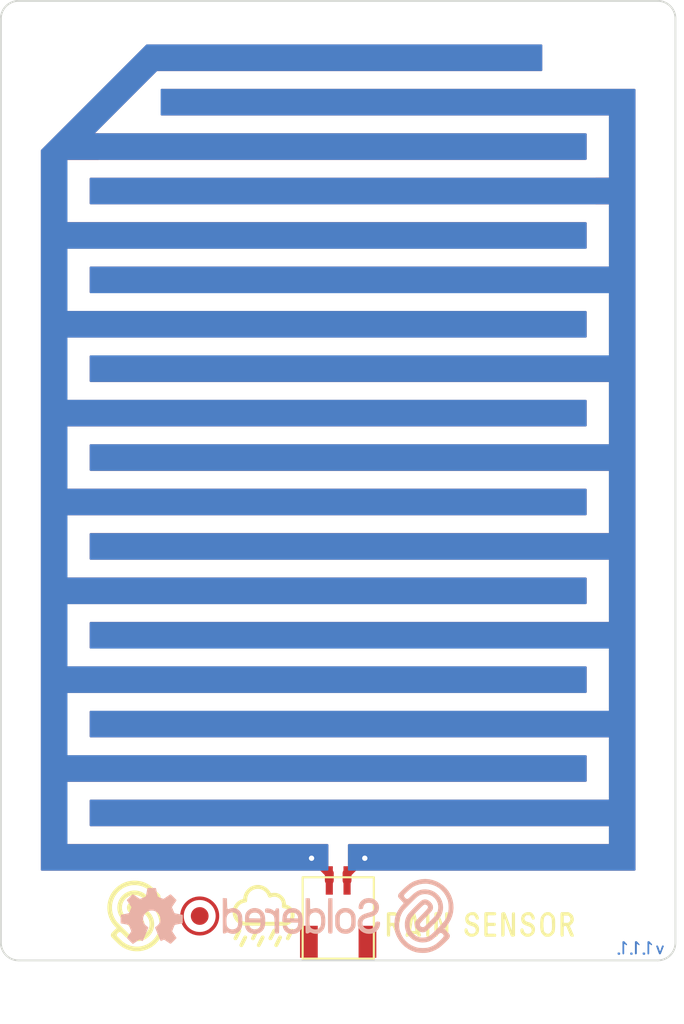
<source format=kicad_pcb>
(kicad_pcb (version 20210623) (generator pcbnew)
  (title_block (title "Rain sensor") (date "2021-07-05") (rev "V1.1.1.") (company "SOLDERED") (comment 1 "333074"))
  (layers (0 "F.Cu" signal) (31 "B.Cu" signal) (34 "B.Paste" user) (35 "F.Paste" user) (36 "B.SilkS" user "B.Silkscreen") (37 "F.SilkS" user "F.Silkscreen") (38 "B.Mask" user) (39 "F.Mask" user) (44 "Edge.Cuts" user))
  (net 0 "")
  (net 1 "Net-(K1-Pad1)")
  (net 2 "Net-(K1-Pad2)")
  (footprint "Soldered Graphics:Symbol-Front-Raining" (layer "F.Cu") (at 94.8 147.5)
    (fp_text reference "G***" hide)
    (fp_text value "LOGO" hide)
  )
  (footprint "buzzardLabel" (layer "F.Cu") (at 107 148)
    (fp_text reference "" (at 0 0) (layer "F.SilkS") (effects (font (size 1.27 1.27))))
    (fp_text value "" (at 0 0) (layer "F.SilkS") (effects (font (size 1.27 1.27))))
  )
  (footprint "e-radionica.com footprinti:PAD_2x1.5" (layer "F.Cu") (at 114.5 106.7)
    (fp_text reference "PAD1")
    (fp_text value "PAD_2x1.5")
    (pad "1" smd rect locked (at 0 0) (size 2 1.5) (layers "F.Cu" "F.Mask") (net 1 "Net-(K1-Pad1)"))
  )
  (footprint "e-radionica.com footprinti:HOLE_3.2mm" (layer "F.Cu") (at 115 99)
    (fp_text reference "H4" hide)
    (fp_text value "HOLE_3.2mm" hide)
    (pad "" np_thru_hole circle locked (at 0 0) (size 3.2 3.2) (drill 3.2) (layers F&B.Cu *.Mask))
  )
  (footprint "Soldered Graphics:Logo-Back-SolderedFULL-13mm" (layer "F.Cu") (at 99 147.5)
    (fp_text reference "REF**" hide)
    (fp_text value "Logo-Front-SolderedFULL-13mm" hide)
  )
  (footprint "e-radionica.com footprinti:JST-SH_2pin_1mm_C145954" (layer "F.Cu") (at 99 148)
    (fp_text reference "K1")
    (fp_text value "JST-SH_C145954")
    (pad "" smd rect (at -1.65 0.95) (size 1 1.8) (layers "F.Cu" "F.Paste" "F.Mask"))
    (pad "" smd rect (at 1.65 0.95) (size 1 1.8) (layers "F.Cu" "F.Paste" "F.Mask"))
    (pad "1" smd rect (at 0.5 -2.5) (size 0.4 1.6) (layers "F.Cu" "F.Paste" "F.Mask") (net 1 "Net-(K1-Pad1)"))
    (pad "2" smd rect (at -0.5 -2.5) (size 0.4 1.6) (layers "F.Cu" "F.Paste" "F.Mask") (net 2 "Net-(K1-Pad2)"))
  )
  (footprint "e-radionica.com footprinti:HOLE_3.2mm" (layer "F.Cu") (at 83 99)
    (fp_text reference "H2" hide)
    (fp_text value "HOLE_3.2mm" hide)
    (pad "" np_thru_hole circle locked (at 0 0) (size 3.2 3.2) (drill 3.2) (layers F&B.Cu *.Mask))
  )
  (footprint "e-radionica.com footprinti:FIDUCIAL_23" (layer "F.Cu") (at 91.2 147.5)
    (fp_text reference "FD1")
    (fp_text value "FIDUCIAL")
    (fp_circle (center 0 0) (end 1 0) (layer "F.Cu") (width 0.2) (fill none))
    (pad "1" smd circle locked (at 0 0) (size 1 1) (layers "F.Cu" "F.Paste" "F.Mask") (clearance 1.1))
  )
  (footprint "e-radionica.com footprinti:PAD_2x1.5" (layer "F.Cu") (at 84.5 104.2)
    (fp_text reference "PAD2")
    (fp_text value "PAD_2x1.5")
    (pad "1" smd rect locked (at 0 0) (size 2 1.5) (layers "F.Cu" "F.Mask") (net 2 "Net-(K1-Pad2)"))
  )
  (footprint "e-radionica.com footprinti:HOLE_3.2mm" (layer "F.Cu") (at 83 147)
    (fp_text reference "H1" hide)
    (fp_text value "HOLE_3.2mm" hide)
    (pad "" np_thru_hole circle locked (at 0 0) (size 3.2 3.2) (drill 3.2) (layers F&B.Cu *.Mask))
  )
  (footprint "Soldered Graphics:Logo-Front-Soldered-4mm" (layer "F.Cu") (at 87.6 147.5)
    (fp_text reference "G***" hide)
    (fp_text value "LOGO" hide)
  )
  (footprint "e-radionica.com footprinti:HOLE_3.2mm" (layer "F.Cu") (at 115 147)
    (fp_text reference "H3" hide)
    (fp_text value "HOLE_3.2mm" hide)
    (pad "" np_thru_hole circle locked (at 0 0) (size 3.2 3.2) (drill 3.2) (layers F&B.Cu *.Mask))
  )
  (footprint "Soldered Graphics:Logo-Back-OSH-3.5mm" (layer "F.Cu") (at 88.5 147.5)
    (fp_text reference "G***" hide)
    (fp_text value "LOGO" hide)
  )
  (footprint "Soldered Graphics:Version1.1.1." (layer "B.Cu") (at 116 149.3 180)
    (fp_text reference "REF**" hide)
    (fp_text value "Version1.1.1." hide)
    (fp_poly (pts (xy -0.5 -0.35) (xy -0.44 -0.35) (xy -0.43 -0.31) (xy -0.43 0.35) (xy -0.46 0.38) (xy -0.52 0.38) (xy -0.55 0.34) (xy -0.67 0.22) (xy -0.68 0.17) (xy -0.65 0.16) (xy -0.56 0.22) (xy -0.52 0.23) (xy -0.52 -0.31) (xy -0.5 -0.35)) (layer "B.Cu") (width 0.01) (fill solid))
    (fp_poly (pts (xy 0.43 -0.38) (xy 0.48 -0.38) (xy 0.54 -0.37) (xy 0.54 -0.33) (xy 0.54 -0.27) (xy 0.5 -0.26) (xy 0.45 -0.26) (xy 0.42 -0.29) (xy 0.42 -0.34) (xy 0.43 -0.38)) (layer "B.Cu") (width 0.01) (fill solid))
    (fp_poly (pts (xy 1.14 -0.38) (xy 1.19 -0.38) (xy 1.24 -0.37) (xy 1.25 -0.33) (xy 1.25 -0.27) (xy 1.2 -0.26) (xy 1.15 -0.26) (xy 1.12 -0.29) (xy 1.12 -0.34) (xy 1.14 -0.38)) (layer "B.Cu") (width 0.01) (fill solid))
    (fp_poly (pts (xy -0.27 -0.38) (xy -0.22 -0.38) (xy -0.17 -0.37) (xy -0.16 -0.33) (xy -0.16 -0.27) (xy -0.21 -0.26) (xy -0.26 -0.26) (xy -0.29 -0.29) (xy -0.29 -0.34) (xy -0.27 -0.38)) (layer "B.Cu") (width 0.01) (fill solid))
    (fp_poly (pts (xy 0.91 -0.35) (xy 0.96 -0.35) (xy 0.98 -0.31) (xy 0.98 0.35) (xy 0.95 0.38) (xy 0.89 0.38) (xy 0.86 0.34) (xy 0.74 0.22) (xy 0.73 0.17) (xy 0.76 0.16) (xy 0.85 0.22) (xy 0.89 0.23) (xy 0.89 -0.31) (xy 0.91 -0.35)) (layer "B.Cu") (width 0.01) (fill solid))
    (fp_poly (pts (xy -1.15 -0.35) (xy -1.1 -0.35) (xy -1.07 -0.31) (xy -0.92 0.1) (xy -0.94 0.13) (xy -0.99 0.13) (xy -1.02 0.1) (xy -1.11 -0.16) (xy -1.13 -0.21) (xy -1.15 -0.17) (xy -1.24 0.09) (xy -1.26 0.13) (xy -1.32 0.13) (xy -1.34 0.1) (xy -1.18 -0.31) (xy -1.15 -0.35)) (layer "B.Cu") (width 0.01) (fill solid))
    (fp_poly (pts (xy 0.21 -0.35) (xy 0.26 -0.35) (xy 0.28 -0.31) (xy 0.28 0.35) (xy 0.24 0.38) (xy 0.19 0.38) (xy 0.15 0.34) (xy 0.04 0.22) (xy 0.02 0.17) (xy 0.05 0.16) (xy 0.14 0.22) (xy 0.18 0.23) (xy 0.18 -0.31) (xy 0.21 -0.35)) (layer "B.Cu") (width 0.01) (fill solid))
  )
  (gr_arc (start 117 97) (end 117 96) (angle 90) (layer "Edge.Cuts") (width 0.1))
  (gr_arc (start 81 149) (end 81 150) (angle 90) (layer "Edge.Cuts") (width 0.1))
  (gr_arc (start 117 149) (end 117 150) (angle -90) (layer "Edge.Cuts") (width 0.1))
  (gr_line (start 80 149) (end 80 97) (layer "Edge.Cuts") (width 0.1))
  (gr_line (start 81 96) (end 117 96) (layer "Edge.Cuts") (width 0.1))
  (gr_arc (start 81 97) (end 81 96) (angle -90) (layer "Edge.Cuts") (width 0.1))
  (gr_line (start 117 150) (end 81 150) (layer "Edge.Cuts") (width 0.1))
  (gr_line (start 118 97) (end 118 149) (layer "Edge.Cuts") (width 0.1))
  (segment (start 99.5 145.1) (end 99.5 145.5) (width 0.5) (layer "F.Cu") (net 1))
  (segment (start 100.5 144.25) (end 100.35 144.25) (width 0.5) (layer "F.Cu") (net 1))
  (segment (start 100.35 144.25) (end 99.5 145.1) (width 0.5) (layer "F.Cu") (net 1))
  (via (at 100.5 144.25) (size 0.5) (drill 0.3) (layers "F.Cu" "B.Cu") (net 1))
  (segment (start 97.65 144.25) (end 98.5 145.1) (width 0.5) (layer "F.Cu") (net 2))
  (segment (start 97.5 144.25) (end 97.65 144.25) (width 0.5) (layer "F.Cu") (net 2))
  (segment (start 98.5 145.1) (end 98.5 145.5) (width 0.5) (layer "F.Cu") (net 2))
  (via (at 97.5 144.25) (size 0.5) (drill 0.3) (layers "F.Cu" "B.Cu") (net 2))
  (zone (net 1) (net_name "Net-(K1-Pad1)") (layers F&B.Cu) (connect_pads yes (clearance 0.1)) (min_thickness 0.1) (fill yes (thermal_gap 0.1) (thermal_bridge_width 0.1) (island_removal_mode 1) (island_area_min 0))
    (polygon (pts (xy 115.75 144.95) (xy 102 144.95) (xy 101.6 144.95) (xy 99.55 144.95) (xy 99.55 143.45) (xy 114.25 143.45) (xy 114.25 142.45) (xy 85 142.45) (xy 85 140.95) (xy 114.25 140.95) (xy 114.25 137.45) (xy 85 137.45) (xy 85 135.95) (xy 114.25 135.95) (xy 114.25 132.45) (xy 85 132.45) (xy 85 130.95) (xy 114.25 130.95) (xy 114.25 127.45) (xy 85 127.45) (xy 85 125.95) (xy 114.25 125.95) (xy 114.25 122.45) (xy 85 122.45) (xy 85 120.95) (xy 114.25 120.95) (xy 114.25 117.45) (xy 85 117.45) (xy 85 115.95) (xy 114.25 115.95) (xy 114.25 112.45) (xy 85 112.45) (xy 85 110.95) (xy 114.25 110.95) (xy 114.25 107.45) (xy 85 107.45) (xy 85 105.95) (xy 114.25 105.95) (xy 114.25 102.45) (xy 89 102.45) (xy 89 100.95) (xy 115.75 100.95)))
  )
  (zone (net 2) (net_name "Net-(K1-Pad2)") (layers F&B.Cu) (connect_pads yes (clearance 0.1)) (min_thickness 0.1) (fill yes (thermal_gap 0.1) (thermal_bridge_width 0.1) (island_removal_mode 1) (island_area_min 0))
    (polygon (pts (xy 110.5 99.95) (xy 88.8 99.95) (xy 85.3 103.45) (xy 113 103.45) (xy 113 104.95) (xy 83.75 104.95) (xy 83.75 108.45) (xy 113 108.45) (xy 113 109.95) (xy 83.75 109.95) (xy 83.75 113.45) (xy 113 113.45) (xy 113 114.95) (xy 83.75 114.95) (xy 83.75 118.45) (xy 113 118.45) (xy 113 119.95) (xy 83.75 119.95) (xy 83.75 123.45) (xy 113 123.45) (xy 113 124.95) (xy 83.75 124.95) (xy 83.75 128.45) (xy 113 128.45) (xy 113 129.95) (xy 83.75 129.95) (xy 83.75 133.45) (xy 113 133.45) (xy 113 134.95) (xy 83.75 134.95) (xy 83.75 138.45) (xy 113 138.45) (xy 113 139.95) (xy 83.75 139.95) (xy 83.75 143.45) (xy 98.45 143.45) (xy 98.45 144.95) (xy 98.3 144.95) (xy 98 144.95) (xy 82.25 144.95) (xy 82.25 104.4) (xy 88.2 98.45) (xy 110.5 98.45)))
  )
)
</source>
